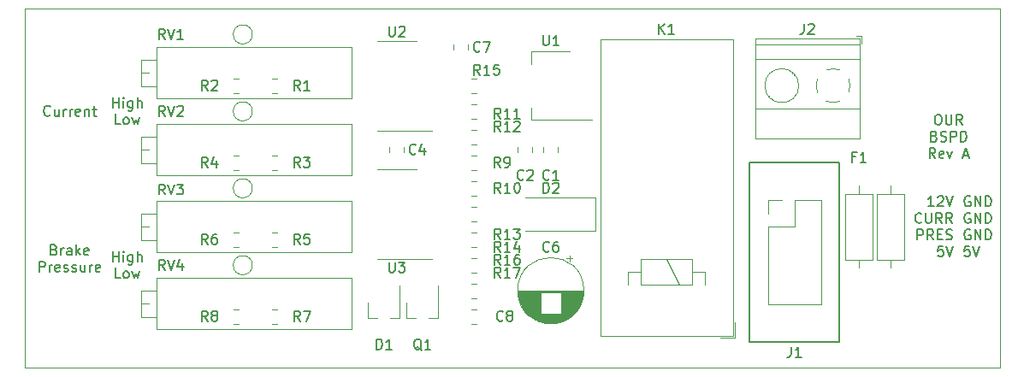
<source format=gbr>
G04 #@! TF.GenerationSoftware,KiCad,Pcbnew,5.1.4*
G04 #@! TF.CreationDate,2019-11-14T20:38:05+00:00*
G04 #@! TF.ProjectId,BSPD,42535044-2e6b-4696-9361-645f70636258,rev?*
G04 #@! TF.SameCoordinates,Original*
G04 #@! TF.FileFunction,Legend,Top*
G04 #@! TF.FilePolarity,Positive*
%FSLAX46Y46*%
G04 Gerber Fmt 4.6, Leading zero omitted, Abs format (unit mm)*
G04 Created by KiCad (PCBNEW 5.1.4) date 2019-11-14 20:38:05*
%MOMM*%
%LPD*%
G04 APERTURE LIST*
%ADD10C,0.150000*%
%ADD11C,0.050000*%
%ADD12C,0.120000*%
%ADD13C,0.100000*%
G04 APERTURE END LIST*
D10*
X66421190Y-87368571D02*
X66564047Y-87416190D01*
X66611666Y-87463809D01*
X66659285Y-87559047D01*
X66659285Y-87701904D01*
X66611666Y-87797142D01*
X66564047Y-87844761D01*
X66468809Y-87892380D01*
X66087857Y-87892380D01*
X66087857Y-86892380D01*
X66421190Y-86892380D01*
X66516428Y-86940000D01*
X66564047Y-86987619D01*
X66611666Y-87082857D01*
X66611666Y-87178095D01*
X66564047Y-87273333D01*
X66516428Y-87320952D01*
X66421190Y-87368571D01*
X66087857Y-87368571D01*
X67087857Y-87892380D02*
X67087857Y-87225714D01*
X67087857Y-87416190D02*
X67135476Y-87320952D01*
X67183095Y-87273333D01*
X67278333Y-87225714D01*
X67373571Y-87225714D01*
X68135476Y-87892380D02*
X68135476Y-87368571D01*
X68087857Y-87273333D01*
X67992619Y-87225714D01*
X67802142Y-87225714D01*
X67706904Y-87273333D01*
X68135476Y-87844761D02*
X68040238Y-87892380D01*
X67802142Y-87892380D01*
X67706904Y-87844761D01*
X67659285Y-87749523D01*
X67659285Y-87654285D01*
X67706904Y-87559047D01*
X67802142Y-87511428D01*
X68040238Y-87511428D01*
X68135476Y-87463809D01*
X68611666Y-87892380D02*
X68611666Y-86892380D01*
X68706904Y-87511428D02*
X68992619Y-87892380D01*
X68992619Y-87225714D02*
X68611666Y-87606666D01*
X69802142Y-87844761D02*
X69706904Y-87892380D01*
X69516428Y-87892380D01*
X69421190Y-87844761D01*
X69373571Y-87749523D01*
X69373571Y-87368571D01*
X69421190Y-87273333D01*
X69516428Y-87225714D01*
X69706904Y-87225714D01*
X69802142Y-87273333D01*
X69849761Y-87368571D01*
X69849761Y-87463809D01*
X69373571Y-87559047D01*
X64945000Y-89542380D02*
X64945000Y-88542380D01*
X65325952Y-88542380D01*
X65421190Y-88590000D01*
X65468809Y-88637619D01*
X65516428Y-88732857D01*
X65516428Y-88875714D01*
X65468809Y-88970952D01*
X65421190Y-89018571D01*
X65325952Y-89066190D01*
X64945000Y-89066190D01*
X65945000Y-89542380D02*
X65945000Y-88875714D01*
X65945000Y-89066190D02*
X65992619Y-88970952D01*
X66040238Y-88923333D01*
X66135476Y-88875714D01*
X66230714Y-88875714D01*
X66945000Y-89494761D02*
X66849761Y-89542380D01*
X66659285Y-89542380D01*
X66564047Y-89494761D01*
X66516428Y-89399523D01*
X66516428Y-89018571D01*
X66564047Y-88923333D01*
X66659285Y-88875714D01*
X66849761Y-88875714D01*
X66945000Y-88923333D01*
X66992619Y-89018571D01*
X66992619Y-89113809D01*
X66516428Y-89209047D01*
X67373571Y-89494761D02*
X67468809Y-89542380D01*
X67659285Y-89542380D01*
X67754523Y-89494761D01*
X67802142Y-89399523D01*
X67802142Y-89351904D01*
X67754523Y-89256666D01*
X67659285Y-89209047D01*
X67516428Y-89209047D01*
X67421190Y-89161428D01*
X67373571Y-89066190D01*
X67373571Y-89018571D01*
X67421190Y-88923333D01*
X67516428Y-88875714D01*
X67659285Y-88875714D01*
X67754523Y-88923333D01*
X68183095Y-89494761D02*
X68278333Y-89542380D01*
X68468809Y-89542380D01*
X68564047Y-89494761D01*
X68611666Y-89399523D01*
X68611666Y-89351904D01*
X68564047Y-89256666D01*
X68468809Y-89209047D01*
X68325952Y-89209047D01*
X68230714Y-89161428D01*
X68183095Y-89066190D01*
X68183095Y-89018571D01*
X68230714Y-88923333D01*
X68325952Y-88875714D01*
X68468809Y-88875714D01*
X68564047Y-88923333D01*
X69468809Y-88875714D02*
X69468809Y-89542380D01*
X69040238Y-88875714D02*
X69040238Y-89399523D01*
X69087857Y-89494761D01*
X69183095Y-89542380D01*
X69325952Y-89542380D01*
X69421190Y-89494761D01*
X69468809Y-89447142D01*
X69945000Y-89542380D02*
X69945000Y-88875714D01*
X69945000Y-89066190D02*
X69992619Y-88970952D01*
X70040238Y-88923333D01*
X70135476Y-88875714D01*
X70230714Y-88875714D01*
X70945000Y-89494761D02*
X70849761Y-89542380D01*
X70659285Y-89542380D01*
X70564047Y-89494761D01*
X70516428Y-89399523D01*
X70516428Y-89018571D01*
X70564047Y-88923333D01*
X70659285Y-88875714D01*
X70849761Y-88875714D01*
X70945000Y-88923333D01*
X70992619Y-89018571D01*
X70992619Y-89113809D01*
X70516428Y-89209047D01*
X72231428Y-88527380D02*
X72231428Y-87527380D01*
X72231428Y-88003571D02*
X72802857Y-88003571D01*
X72802857Y-88527380D02*
X72802857Y-87527380D01*
X73279047Y-88527380D02*
X73279047Y-87860714D01*
X73279047Y-87527380D02*
X73231428Y-87575000D01*
X73279047Y-87622619D01*
X73326666Y-87575000D01*
X73279047Y-87527380D01*
X73279047Y-87622619D01*
X74183809Y-87860714D02*
X74183809Y-88670238D01*
X74136190Y-88765476D01*
X74088571Y-88813095D01*
X73993333Y-88860714D01*
X73850476Y-88860714D01*
X73755238Y-88813095D01*
X74183809Y-88479761D02*
X74088571Y-88527380D01*
X73898095Y-88527380D01*
X73802857Y-88479761D01*
X73755238Y-88432142D01*
X73707619Y-88336904D01*
X73707619Y-88051190D01*
X73755238Y-87955952D01*
X73802857Y-87908333D01*
X73898095Y-87860714D01*
X74088571Y-87860714D01*
X74183809Y-87908333D01*
X74660000Y-88527380D02*
X74660000Y-87527380D01*
X75088571Y-88527380D02*
X75088571Y-88003571D01*
X75040952Y-87908333D01*
X74945714Y-87860714D01*
X74802857Y-87860714D01*
X74707619Y-87908333D01*
X74660000Y-87955952D01*
X72993333Y-90177380D02*
X72517142Y-90177380D01*
X72517142Y-89177380D01*
X73469523Y-90177380D02*
X73374285Y-90129761D01*
X73326666Y-90082142D01*
X73279047Y-89986904D01*
X73279047Y-89701190D01*
X73326666Y-89605952D01*
X73374285Y-89558333D01*
X73469523Y-89510714D01*
X73612380Y-89510714D01*
X73707619Y-89558333D01*
X73755238Y-89605952D01*
X73802857Y-89701190D01*
X73802857Y-89986904D01*
X73755238Y-90082142D01*
X73707619Y-90129761D01*
X73612380Y-90177380D01*
X73469523Y-90177380D01*
X74136190Y-89510714D02*
X74326666Y-90177380D01*
X74517142Y-89701190D01*
X74707619Y-90177380D01*
X74898095Y-89510714D01*
X72231428Y-73287380D02*
X72231428Y-72287380D01*
X72231428Y-72763571D02*
X72802857Y-72763571D01*
X72802857Y-73287380D02*
X72802857Y-72287380D01*
X73279047Y-73287380D02*
X73279047Y-72620714D01*
X73279047Y-72287380D02*
X73231428Y-72335000D01*
X73279047Y-72382619D01*
X73326666Y-72335000D01*
X73279047Y-72287380D01*
X73279047Y-72382619D01*
X74183809Y-72620714D02*
X74183809Y-73430238D01*
X74136190Y-73525476D01*
X74088571Y-73573095D01*
X73993333Y-73620714D01*
X73850476Y-73620714D01*
X73755238Y-73573095D01*
X74183809Y-73239761D02*
X74088571Y-73287380D01*
X73898095Y-73287380D01*
X73802857Y-73239761D01*
X73755238Y-73192142D01*
X73707619Y-73096904D01*
X73707619Y-72811190D01*
X73755238Y-72715952D01*
X73802857Y-72668333D01*
X73898095Y-72620714D01*
X74088571Y-72620714D01*
X74183809Y-72668333D01*
X74660000Y-73287380D02*
X74660000Y-72287380D01*
X75088571Y-73287380D02*
X75088571Y-72763571D01*
X75040952Y-72668333D01*
X74945714Y-72620714D01*
X74802857Y-72620714D01*
X74707619Y-72668333D01*
X74660000Y-72715952D01*
X72993333Y-74937380D02*
X72517142Y-74937380D01*
X72517142Y-73937380D01*
X73469523Y-74937380D02*
X73374285Y-74889761D01*
X73326666Y-74842142D01*
X73279047Y-74746904D01*
X73279047Y-74461190D01*
X73326666Y-74365952D01*
X73374285Y-74318333D01*
X73469523Y-74270714D01*
X73612380Y-74270714D01*
X73707619Y-74318333D01*
X73755238Y-74365952D01*
X73802857Y-74461190D01*
X73802857Y-74746904D01*
X73755238Y-74842142D01*
X73707619Y-74889761D01*
X73612380Y-74937380D01*
X73469523Y-74937380D01*
X74136190Y-74270714D02*
X74326666Y-74937380D01*
X74517142Y-74461190D01*
X74707619Y-74937380D01*
X74898095Y-74270714D01*
X66016428Y-74017142D02*
X65968809Y-74064761D01*
X65825952Y-74112380D01*
X65730714Y-74112380D01*
X65587857Y-74064761D01*
X65492619Y-73969523D01*
X65445000Y-73874285D01*
X65397380Y-73683809D01*
X65397380Y-73540952D01*
X65445000Y-73350476D01*
X65492619Y-73255238D01*
X65587857Y-73160000D01*
X65730714Y-73112380D01*
X65825952Y-73112380D01*
X65968809Y-73160000D01*
X66016428Y-73207619D01*
X66873571Y-73445714D02*
X66873571Y-74112380D01*
X66445000Y-73445714D02*
X66445000Y-73969523D01*
X66492619Y-74064761D01*
X66587857Y-74112380D01*
X66730714Y-74112380D01*
X66825952Y-74064761D01*
X66873571Y-74017142D01*
X67349761Y-74112380D02*
X67349761Y-73445714D01*
X67349761Y-73636190D02*
X67397380Y-73540952D01*
X67445000Y-73493333D01*
X67540238Y-73445714D01*
X67635476Y-73445714D01*
X67968809Y-74112380D02*
X67968809Y-73445714D01*
X67968809Y-73636190D02*
X68016428Y-73540952D01*
X68064047Y-73493333D01*
X68159285Y-73445714D01*
X68254523Y-73445714D01*
X68968809Y-74064761D02*
X68873571Y-74112380D01*
X68683095Y-74112380D01*
X68587857Y-74064761D01*
X68540238Y-73969523D01*
X68540238Y-73588571D01*
X68587857Y-73493333D01*
X68683095Y-73445714D01*
X68873571Y-73445714D01*
X68968809Y-73493333D01*
X69016428Y-73588571D01*
X69016428Y-73683809D01*
X68540238Y-73779047D01*
X69445000Y-73445714D02*
X69445000Y-74112380D01*
X69445000Y-73540952D02*
X69492619Y-73493333D01*
X69587857Y-73445714D01*
X69730714Y-73445714D01*
X69825952Y-73493333D01*
X69873571Y-73588571D01*
X69873571Y-74112380D01*
X70206904Y-73445714D02*
X70587857Y-73445714D01*
X70349761Y-73112380D02*
X70349761Y-73969523D01*
X70397380Y-74064761D01*
X70492619Y-74112380D01*
X70587857Y-74112380D01*
X157069404Y-82115000D02*
X156974166Y-82067380D01*
X156831309Y-82067380D01*
X156688452Y-82115000D01*
X156593214Y-82210238D01*
X156545595Y-82305476D01*
X156497976Y-82495952D01*
X156497976Y-82638809D01*
X156545595Y-82829285D01*
X156593214Y-82924523D01*
X156688452Y-83019761D01*
X156831309Y-83067380D01*
X156926547Y-83067380D01*
X157069404Y-83019761D01*
X157117023Y-82972142D01*
X157117023Y-82638809D01*
X156926547Y-82638809D01*
X157545595Y-83067380D02*
X157545595Y-82067380D01*
X158117023Y-83067380D01*
X158117023Y-82067380D01*
X158593214Y-83067380D02*
X158593214Y-82067380D01*
X158831309Y-82067380D01*
X158974166Y-82115000D01*
X159069404Y-82210238D01*
X159117023Y-82305476D01*
X159164642Y-82495952D01*
X159164642Y-82638809D01*
X159117023Y-82829285D01*
X159069404Y-82924523D01*
X158974166Y-83019761D01*
X158831309Y-83067380D01*
X158593214Y-83067380D01*
X157069404Y-83765000D02*
X156974166Y-83717380D01*
X156831309Y-83717380D01*
X156688452Y-83765000D01*
X156593214Y-83860238D01*
X156545595Y-83955476D01*
X156497976Y-84145952D01*
X156497976Y-84288809D01*
X156545595Y-84479285D01*
X156593214Y-84574523D01*
X156688452Y-84669761D01*
X156831309Y-84717380D01*
X156926547Y-84717380D01*
X157069404Y-84669761D01*
X157117023Y-84622142D01*
X157117023Y-84288809D01*
X156926547Y-84288809D01*
X157545595Y-84717380D02*
X157545595Y-83717380D01*
X158117023Y-84717380D01*
X158117023Y-83717380D01*
X158593214Y-84717380D02*
X158593214Y-83717380D01*
X158831309Y-83717380D01*
X158974166Y-83765000D01*
X159069404Y-83860238D01*
X159117023Y-83955476D01*
X159164642Y-84145952D01*
X159164642Y-84288809D01*
X159117023Y-84479285D01*
X159069404Y-84574523D01*
X158974166Y-84669761D01*
X158831309Y-84717380D01*
X158593214Y-84717380D01*
X157069404Y-85415000D02*
X156974166Y-85367380D01*
X156831309Y-85367380D01*
X156688452Y-85415000D01*
X156593214Y-85510238D01*
X156545595Y-85605476D01*
X156497976Y-85795952D01*
X156497976Y-85938809D01*
X156545595Y-86129285D01*
X156593214Y-86224523D01*
X156688452Y-86319761D01*
X156831309Y-86367380D01*
X156926547Y-86367380D01*
X157069404Y-86319761D01*
X157117023Y-86272142D01*
X157117023Y-85938809D01*
X156926547Y-85938809D01*
X157545595Y-86367380D02*
X157545595Y-85367380D01*
X158117023Y-86367380D01*
X158117023Y-85367380D01*
X158593214Y-86367380D02*
X158593214Y-85367380D01*
X158831309Y-85367380D01*
X158974166Y-85415000D01*
X159069404Y-85510238D01*
X159117023Y-85605476D01*
X159164642Y-85795952D01*
X159164642Y-85938809D01*
X159117023Y-86129285D01*
X159069404Y-86224523D01*
X158974166Y-86319761D01*
X158831309Y-86367380D01*
X158593214Y-86367380D01*
X157021785Y-87017380D02*
X156545595Y-87017380D01*
X156497976Y-87493571D01*
X156545595Y-87445952D01*
X156640833Y-87398333D01*
X156878928Y-87398333D01*
X156974166Y-87445952D01*
X157021785Y-87493571D01*
X157069404Y-87588809D01*
X157069404Y-87826904D01*
X157021785Y-87922142D01*
X156974166Y-87969761D01*
X156878928Y-88017380D01*
X156640833Y-88017380D01*
X156545595Y-87969761D01*
X156497976Y-87922142D01*
X157355119Y-87017380D02*
X157688452Y-88017380D01*
X158021785Y-87017380D01*
X153477500Y-83067380D02*
X152906071Y-83067380D01*
X153191785Y-83067380D02*
X153191785Y-82067380D01*
X153096547Y-82210238D01*
X153001309Y-82305476D01*
X152906071Y-82353095D01*
X153858452Y-82162619D02*
X153906071Y-82115000D01*
X154001309Y-82067380D01*
X154239404Y-82067380D01*
X154334642Y-82115000D01*
X154382261Y-82162619D01*
X154429880Y-82257857D01*
X154429880Y-82353095D01*
X154382261Y-82495952D01*
X153810833Y-83067380D01*
X154429880Y-83067380D01*
X154715595Y-82067380D02*
X155048928Y-83067380D01*
X155382261Y-82067380D01*
X152239404Y-84622142D02*
X152191785Y-84669761D01*
X152048928Y-84717380D01*
X151953690Y-84717380D01*
X151810833Y-84669761D01*
X151715595Y-84574523D01*
X151667976Y-84479285D01*
X151620357Y-84288809D01*
X151620357Y-84145952D01*
X151667976Y-83955476D01*
X151715595Y-83860238D01*
X151810833Y-83765000D01*
X151953690Y-83717380D01*
X152048928Y-83717380D01*
X152191785Y-83765000D01*
X152239404Y-83812619D01*
X152667976Y-83717380D02*
X152667976Y-84526904D01*
X152715595Y-84622142D01*
X152763214Y-84669761D01*
X152858452Y-84717380D01*
X153048928Y-84717380D01*
X153144166Y-84669761D01*
X153191785Y-84622142D01*
X153239404Y-84526904D01*
X153239404Y-83717380D01*
X154287023Y-84717380D02*
X153953690Y-84241190D01*
X153715595Y-84717380D02*
X153715595Y-83717380D01*
X154096547Y-83717380D01*
X154191785Y-83765000D01*
X154239404Y-83812619D01*
X154287023Y-83907857D01*
X154287023Y-84050714D01*
X154239404Y-84145952D01*
X154191785Y-84193571D01*
X154096547Y-84241190D01*
X153715595Y-84241190D01*
X155287023Y-84717380D02*
X154953690Y-84241190D01*
X154715595Y-84717380D02*
X154715595Y-83717380D01*
X155096547Y-83717380D01*
X155191785Y-83765000D01*
X155239404Y-83812619D01*
X155287023Y-83907857D01*
X155287023Y-84050714D01*
X155239404Y-84145952D01*
X155191785Y-84193571D01*
X155096547Y-84241190D01*
X154715595Y-84241190D01*
X151858452Y-86367380D02*
X151858452Y-85367380D01*
X152239404Y-85367380D01*
X152334642Y-85415000D01*
X152382261Y-85462619D01*
X152429880Y-85557857D01*
X152429880Y-85700714D01*
X152382261Y-85795952D01*
X152334642Y-85843571D01*
X152239404Y-85891190D01*
X151858452Y-85891190D01*
X153429880Y-86367380D02*
X153096547Y-85891190D01*
X152858452Y-86367380D02*
X152858452Y-85367380D01*
X153239404Y-85367380D01*
X153334642Y-85415000D01*
X153382261Y-85462619D01*
X153429880Y-85557857D01*
X153429880Y-85700714D01*
X153382261Y-85795952D01*
X153334642Y-85843571D01*
X153239404Y-85891190D01*
X152858452Y-85891190D01*
X153858452Y-85843571D02*
X154191785Y-85843571D01*
X154334642Y-86367380D02*
X153858452Y-86367380D01*
X153858452Y-85367380D01*
X154334642Y-85367380D01*
X154715595Y-86319761D02*
X154858452Y-86367380D01*
X155096547Y-86367380D01*
X155191785Y-86319761D01*
X155239404Y-86272142D01*
X155287023Y-86176904D01*
X155287023Y-86081666D01*
X155239404Y-85986428D01*
X155191785Y-85938809D01*
X155096547Y-85891190D01*
X154906071Y-85843571D01*
X154810833Y-85795952D01*
X154763214Y-85748333D01*
X154715595Y-85653095D01*
X154715595Y-85557857D01*
X154763214Y-85462619D01*
X154810833Y-85415000D01*
X154906071Y-85367380D01*
X155144166Y-85367380D01*
X155287023Y-85415000D01*
X154382261Y-87017380D02*
X153906071Y-87017380D01*
X153858452Y-87493571D01*
X153906071Y-87445952D01*
X154001309Y-87398333D01*
X154239404Y-87398333D01*
X154334642Y-87445952D01*
X154382261Y-87493571D01*
X154429880Y-87588809D01*
X154429880Y-87826904D01*
X154382261Y-87922142D01*
X154334642Y-87969761D01*
X154239404Y-88017380D01*
X154001309Y-88017380D01*
X153906071Y-87969761D01*
X153858452Y-87922142D01*
X154715595Y-87017380D02*
X155048928Y-88017380D01*
X155382261Y-87017380D01*
X153820952Y-74002380D02*
X154011428Y-74002380D01*
X154106666Y-74050000D01*
X154201904Y-74145238D01*
X154249523Y-74335714D01*
X154249523Y-74669047D01*
X154201904Y-74859523D01*
X154106666Y-74954761D01*
X154011428Y-75002380D01*
X153820952Y-75002380D01*
X153725714Y-74954761D01*
X153630476Y-74859523D01*
X153582857Y-74669047D01*
X153582857Y-74335714D01*
X153630476Y-74145238D01*
X153725714Y-74050000D01*
X153820952Y-74002380D01*
X154678095Y-74002380D02*
X154678095Y-74811904D01*
X154725714Y-74907142D01*
X154773333Y-74954761D01*
X154868571Y-75002380D01*
X155059047Y-75002380D01*
X155154285Y-74954761D01*
X155201904Y-74907142D01*
X155249523Y-74811904D01*
X155249523Y-74002380D01*
X156297142Y-75002380D02*
X155963809Y-74526190D01*
X155725714Y-75002380D02*
X155725714Y-74002380D01*
X156106666Y-74002380D01*
X156201904Y-74050000D01*
X156249523Y-74097619D01*
X156297142Y-74192857D01*
X156297142Y-74335714D01*
X156249523Y-74430952D01*
X156201904Y-74478571D01*
X156106666Y-74526190D01*
X155725714Y-74526190D01*
X153535238Y-76128571D02*
X153678095Y-76176190D01*
X153725714Y-76223809D01*
X153773333Y-76319047D01*
X153773333Y-76461904D01*
X153725714Y-76557142D01*
X153678095Y-76604761D01*
X153582857Y-76652380D01*
X153201904Y-76652380D01*
X153201904Y-75652380D01*
X153535238Y-75652380D01*
X153630476Y-75700000D01*
X153678095Y-75747619D01*
X153725714Y-75842857D01*
X153725714Y-75938095D01*
X153678095Y-76033333D01*
X153630476Y-76080952D01*
X153535238Y-76128571D01*
X153201904Y-76128571D01*
X154154285Y-76604761D02*
X154297142Y-76652380D01*
X154535238Y-76652380D01*
X154630476Y-76604761D01*
X154678095Y-76557142D01*
X154725714Y-76461904D01*
X154725714Y-76366666D01*
X154678095Y-76271428D01*
X154630476Y-76223809D01*
X154535238Y-76176190D01*
X154344761Y-76128571D01*
X154249523Y-76080952D01*
X154201904Y-76033333D01*
X154154285Y-75938095D01*
X154154285Y-75842857D01*
X154201904Y-75747619D01*
X154249523Y-75700000D01*
X154344761Y-75652380D01*
X154582857Y-75652380D01*
X154725714Y-75700000D01*
X155154285Y-76652380D02*
X155154285Y-75652380D01*
X155535238Y-75652380D01*
X155630476Y-75700000D01*
X155678095Y-75747619D01*
X155725714Y-75842857D01*
X155725714Y-75985714D01*
X155678095Y-76080952D01*
X155630476Y-76128571D01*
X155535238Y-76176190D01*
X155154285Y-76176190D01*
X156154285Y-76652380D02*
X156154285Y-75652380D01*
X156392380Y-75652380D01*
X156535238Y-75700000D01*
X156630476Y-75795238D01*
X156678095Y-75890476D01*
X156725714Y-76080952D01*
X156725714Y-76223809D01*
X156678095Y-76414285D01*
X156630476Y-76509523D01*
X156535238Y-76604761D01*
X156392380Y-76652380D01*
X156154285Y-76652380D01*
X153630476Y-78302380D02*
X153297142Y-77826190D01*
X153059047Y-78302380D02*
X153059047Y-77302380D01*
X153440000Y-77302380D01*
X153535238Y-77350000D01*
X153582857Y-77397619D01*
X153630476Y-77492857D01*
X153630476Y-77635714D01*
X153582857Y-77730952D01*
X153535238Y-77778571D01*
X153440000Y-77826190D01*
X153059047Y-77826190D01*
X154440000Y-78254761D02*
X154344761Y-78302380D01*
X154154285Y-78302380D01*
X154059047Y-78254761D01*
X154011428Y-78159523D01*
X154011428Y-77778571D01*
X154059047Y-77683333D01*
X154154285Y-77635714D01*
X154344761Y-77635714D01*
X154440000Y-77683333D01*
X154487619Y-77778571D01*
X154487619Y-77873809D01*
X154011428Y-77969047D01*
X154820952Y-77635714D02*
X155059047Y-78302380D01*
X155297142Y-77635714D01*
X156392380Y-78016666D02*
X156868571Y-78016666D01*
X156297142Y-78302380D02*
X156630476Y-77302380D01*
X156963809Y-78302380D01*
D11*
X63500000Y-63500000D02*
X160020000Y-63500000D01*
X63500000Y-99060000D02*
X63500000Y-63500000D01*
X160020000Y-99060000D02*
X63500000Y-99060000D01*
X160020000Y-99060000D02*
X160020000Y-63500000D01*
D12*
X101290000Y-94105000D02*
X102220000Y-94105000D01*
X104450000Y-94105000D02*
X103520000Y-94105000D01*
X104450000Y-94105000D02*
X104450000Y-90945000D01*
X101290000Y-94105000D02*
X101290000Y-92645000D01*
X100330000Y-79385000D02*
X98380000Y-79385000D01*
X100330000Y-79385000D02*
X102280000Y-79385000D01*
X100330000Y-88255000D02*
X98380000Y-88255000D01*
X100330000Y-88255000D02*
X103780000Y-88255000D01*
X149225000Y-89130000D02*
X149225000Y-88360000D01*
X149225000Y-81050000D02*
X149225000Y-81820000D01*
X150595000Y-88360000D02*
X150595000Y-81820000D01*
X147855000Y-88360000D02*
X150595000Y-88360000D01*
X147855000Y-81820000D02*
X147855000Y-88360000D01*
X150595000Y-81820000D02*
X147855000Y-81820000D01*
X86040000Y-88900000D02*
G75*
G03X86040000Y-88900000I-950000J0D01*
G01*
X86040000Y-81280000D02*
G75*
G03X86040000Y-81280000I-950000J0D01*
G01*
X86040000Y-73660000D02*
G75*
G03X86040000Y-73660000I-950000J0D01*
G01*
X86040000Y-66040000D02*
G75*
G03X86040000Y-66040000I-950000J0D01*
G01*
X137100000Y-92770000D02*
X142300000Y-92770000D01*
X137100000Y-85090000D02*
X137100000Y-92770000D01*
X142300000Y-82490000D02*
X142300000Y-92770000D01*
X137100000Y-85090000D02*
X139700000Y-85090000D01*
X139700000Y-85090000D02*
X139700000Y-82490000D01*
X139700000Y-82490000D02*
X142300000Y-82490000D01*
X137100000Y-83820000D02*
X137100000Y-82490000D01*
X137100000Y-82490000D02*
X138430000Y-82490000D01*
D10*
X135255000Y-78740000D02*
X135255000Y-96520000D01*
X144145000Y-78740000D02*
X144145000Y-96520000D01*
X135255000Y-78740000D02*
X144145000Y-78740000D01*
X135255000Y-96520000D02*
X144145000Y-96520000D01*
D12*
X100330000Y-66685000D02*
X98380000Y-66685000D01*
X100330000Y-66685000D02*
X102280000Y-66685000D01*
X100330000Y-75555000D02*
X98380000Y-75555000D01*
X100330000Y-75555000D02*
X103780000Y-75555000D01*
X97480000Y-94105000D02*
X98410000Y-94105000D01*
X100640000Y-94105000D02*
X99710000Y-94105000D01*
X100640000Y-94105000D02*
X100640000Y-90945000D01*
X97480000Y-94105000D02*
X97480000Y-92645000D01*
X119970000Y-85470000D02*
X119970000Y-82170000D01*
X119970000Y-82170000D02*
X113070000Y-82170000D01*
X119970000Y-85470000D02*
X113070000Y-85470000D01*
X113660000Y-67710000D02*
X113660000Y-68970000D01*
X113660000Y-74530000D02*
X113660000Y-73270000D01*
X117420000Y-67710000D02*
X113660000Y-67710000D01*
X119670000Y-74530000D02*
X113660000Y-74530000D01*
X76590000Y-90190000D02*
X95830000Y-90190000D01*
X76590000Y-95230000D02*
X95830000Y-95230000D01*
X76590000Y-90190000D02*
X76590000Y-95230000D01*
X95830000Y-90190000D02*
X95830000Y-95230000D01*
X75070000Y-91410000D02*
X76589000Y-91410000D01*
X75070000Y-94010000D02*
X76589000Y-94010000D01*
X75070000Y-91410000D02*
X75070000Y-94010000D01*
X76589000Y-91410000D02*
X76589000Y-94010000D01*
X75070000Y-92710000D02*
X75829000Y-92710000D01*
X76590000Y-82570000D02*
X95830000Y-82570000D01*
X76590000Y-87610000D02*
X95830000Y-87610000D01*
X76590000Y-82570000D02*
X76590000Y-87610000D01*
X95830000Y-82570000D02*
X95830000Y-87610000D01*
X75070000Y-83790000D02*
X76589000Y-83790000D01*
X75070000Y-86390000D02*
X76589000Y-86390000D01*
X75070000Y-83790000D02*
X75070000Y-86390000D01*
X76589000Y-83790000D02*
X76589000Y-86390000D01*
X75070000Y-85090000D02*
X75829000Y-85090000D01*
X76590000Y-74950000D02*
X95830000Y-74950000D01*
X76590000Y-79990000D02*
X95830000Y-79990000D01*
X76590000Y-74950000D02*
X76590000Y-79990000D01*
X95830000Y-74950000D02*
X95830000Y-79990000D01*
X75070000Y-76170000D02*
X76589000Y-76170000D01*
X75070000Y-78770000D02*
X76589000Y-78770000D01*
X75070000Y-76170000D02*
X75070000Y-78770000D01*
X76589000Y-76170000D02*
X76589000Y-78770000D01*
X75070000Y-77470000D02*
X75829000Y-77470000D01*
X76590000Y-67330000D02*
X95830000Y-67330000D01*
X76590000Y-72370000D02*
X95830000Y-72370000D01*
X76590000Y-67330000D02*
X76590000Y-72370000D01*
X95830000Y-67330000D02*
X95830000Y-72370000D01*
X75070000Y-68550000D02*
X76589000Y-68550000D01*
X75070000Y-71150000D02*
X76589000Y-71150000D01*
X75070000Y-68550000D02*
X75070000Y-71150000D01*
X76589000Y-68550000D02*
X76589000Y-71150000D01*
X75070000Y-69850000D02*
X75829000Y-69850000D01*
X108211252Y-92150000D02*
X107688748Y-92150000D01*
X108211252Y-90730000D02*
X107688748Y-90730000D01*
X108211252Y-89610000D02*
X107688748Y-89610000D01*
X108211252Y-88190000D02*
X107688748Y-88190000D01*
X108211252Y-71830000D02*
X107688748Y-71830000D01*
X108211252Y-70410000D02*
X107688748Y-70410000D01*
X108211252Y-87070000D02*
X107688748Y-87070000D01*
X108211252Y-85650000D02*
X107688748Y-85650000D01*
X108211252Y-83110000D02*
X107688748Y-83110000D01*
X108211252Y-84530000D02*
X107688748Y-84530000D01*
X108211252Y-76910000D02*
X107688748Y-76910000D01*
X108211252Y-75490000D02*
X107688748Y-75490000D01*
X108211252Y-74370000D02*
X107688748Y-74370000D01*
X108211252Y-72950000D02*
X107688748Y-72950000D01*
X107688748Y-80570000D02*
X108211252Y-80570000D01*
X107688748Y-81990000D02*
X108211252Y-81990000D01*
X108211252Y-79450000D02*
X107688748Y-79450000D01*
X108211252Y-78030000D02*
X107688748Y-78030000D01*
X84716252Y-94690000D02*
X84193748Y-94690000D01*
X84716252Y-93270000D02*
X84193748Y-93270000D01*
X88526252Y-94690000D02*
X88003748Y-94690000D01*
X88526252Y-93270000D02*
X88003748Y-93270000D01*
X84716252Y-87070000D02*
X84193748Y-87070000D01*
X84716252Y-85650000D02*
X84193748Y-85650000D01*
X88526252Y-87070000D02*
X88003748Y-87070000D01*
X88526252Y-85650000D02*
X88003748Y-85650000D01*
X84716252Y-79450000D02*
X84193748Y-79450000D01*
X84716252Y-78030000D02*
X84193748Y-78030000D01*
X88526252Y-79450000D02*
X88003748Y-79450000D01*
X88526252Y-78030000D02*
X88003748Y-78030000D01*
X84716252Y-70410000D02*
X84193748Y-70410000D01*
X84716252Y-71830000D02*
X84193748Y-71830000D01*
X88526252Y-70410000D02*
X88003748Y-70410000D01*
X88526252Y-71830000D02*
X88003748Y-71830000D01*
X133810000Y-96095000D02*
X133810000Y-94595000D01*
X132310000Y-96095000D02*
X133810000Y-96095000D01*
X124460000Y-89535000D02*
X123190000Y-89535000D01*
X123190000Y-89535000D02*
X123190000Y-90805000D01*
X130810000Y-90805000D02*
X130810000Y-89535000D01*
X130810000Y-89535000D02*
X129540000Y-89535000D01*
X129540000Y-89535000D02*
X129540000Y-88265000D01*
X129540000Y-88265000D02*
X124460000Y-88265000D01*
X124460000Y-88265000D02*
X124460000Y-90805000D01*
X124460000Y-90805000D02*
X129540000Y-90805000D01*
X129540000Y-90805000D02*
X129540000Y-89535000D01*
X120510000Y-95895000D02*
X133610000Y-95895000D01*
X120510000Y-66495000D02*
X120510000Y-95895000D01*
X133610000Y-66495000D02*
X120510000Y-66495000D01*
X133610000Y-95895000D02*
X133610000Y-66495000D01*
D13*
X128270000Y-90805000D02*
X127000000Y-88265000D01*
D12*
X142826682Y-69585244D02*
G75*
G02X143510000Y-69440000I683318J-1534756D01*
G01*
X141974574Y-71803042D02*
G75*
G02X141975000Y-70436000I1535426J683042D01*
G01*
X144193042Y-72655426D02*
G75*
G02X142826000Y-72655000I-683042J1535426D01*
G01*
X145045426Y-70436958D02*
G75*
G02X145045000Y-71804000I-1535426J-683042D01*
G01*
X143481195Y-69439747D02*
G75*
G02X144194000Y-69585000I28805J-1680253D01*
G01*
X140110000Y-71120000D02*
G75*
G03X140110000Y-71120000I-1680000J0D01*
G01*
X146110000Y-67020000D02*
X135830000Y-67020000D01*
X146110000Y-68520000D02*
X135830000Y-68520000D01*
X146110000Y-73421000D02*
X135830000Y-73421000D01*
X146110000Y-76381000D02*
X135830000Y-76381000D01*
X146110000Y-66460000D02*
X135830000Y-66460000D01*
X146110000Y-76381000D02*
X146110000Y-66460000D01*
X135830000Y-76381000D02*
X135830000Y-66460000D01*
X137155000Y-72189000D02*
X137202000Y-72143000D01*
X139464000Y-69881000D02*
X139499000Y-69846000D01*
X137360000Y-72395000D02*
X137395000Y-72359000D01*
X139657000Y-70097000D02*
X139704000Y-70051000D01*
X146350000Y-66960000D02*
X146350000Y-66220000D01*
X146350000Y-66220000D02*
X145850000Y-66220000D01*
X147420000Y-81820000D02*
X144680000Y-81820000D01*
X144680000Y-81820000D02*
X144680000Y-88360000D01*
X144680000Y-88360000D02*
X147420000Y-88360000D01*
X147420000Y-88360000D02*
X147420000Y-81820000D01*
X146050000Y-81050000D02*
X146050000Y-81820000D01*
X146050000Y-89130000D02*
X146050000Y-88360000D01*
X107688748Y-93270000D02*
X108211252Y-93270000D01*
X107688748Y-94690000D02*
X108211252Y-94690000D01*
X105970000Y-67571252D02*
X105970000Y-67048748D01*
X107390000Y-67571252D02*
X107390000Y-67048748D01*
X118840000Y-91420000D02*
G75*
G03X118840000Y-91420000I-3270000J0D01*
G01*
X118800000Y-91420000D02*
X112340000Y-91420000D01*
X118800000Y-91460000D02*
X112340000Y-91460000D01*
X118800000Y-91500000D02*
X112340000Y-91500000D01*
X118798000Y-91540000D02*
X112342000Y-91540000D01*
X118797000Y-91580000D02*
X112343000Y-91580000D01*
X118794000Y-91620000D02*
X112346000Y-91620000D01*
X118792000Y-91660000D02*
X116610000Y-91660000D01*
X114530000Y-91660000D02*
X112348000Y-91660000D01*
X118788000Y-91700000D02*
X116610000Y-91700000D01*
X114530000Y-91700000D02*
X112352000Y-91700000D01*
X118785000Y-91740000D02*
X116610000Y-91740000D01*
X114530000Y-91740000D02*
X112355000Y-91740000D01*
X118781000Y-91780000D02*
X116610000Y-91780000D01*
X114530000Y-91780000D02*
X112359000Y-91780000D01*
X118776000Y-91820000D02*
X116610000Y-91820000D01*
X114530000Y-91820000D02*
X112364000Y-91820000D01*
X118771000Y-91860000D02*
X116610000Y-91860000D01*
X114530000Y-91860000D02*
X112369000Y-91860000D01*
X118765000Y-91900000D02*
X116610000Y-91900000D01*
X114530000Y-91900000D02*
X112375000Y-91900000D01*
X118759000Y-91940000D02*
X116610000Y-91940000D01*
X114530000Y-91940000D02*
X112381000Y-91940000D01*
X118752000Y-91980000D02*
X116610000Y-91980000D01*
X114530000Y-91980000D02*
X112388000Y-91980000D01*
X118745000Y-92020000D02*
X116610000Y-92020000D01*
X114530000Y-92020000D02*
X112395000Y-92020000D01*
X118737000Y-92060000D02*
X116610000Y-92060000D01*
X114530000Y-92060000D02*
X112403000Y-92060000D01*
X118729000Y-92100000D02*
X116610000Y-92100000D01*
X114530000Y-92100000D02*
X112411000Y-92100000D01*
X118720000Y-92141000D02*
X116610000Y-92141000D01*
X114530000Y-92141000D02*
X112420000Y-92141000D01*
X118711000Y-92181000D02*
X116610000Y-92181000D01*
X114530000Y-92181000D02*
X112429000Y-92181000D01*
X118701000Y-92221000D02*
X116610000Y-92221000D01*
X114530000Y-92221000D02*
X112439000Y-92221000D01*
X118691000Y-92261000D02*
X116610000Y-92261000D01*
X114530000Y-92261000D02*
X112449000Y-92261000D01*
X118680000Y-92301000D02*
X116610000Y-92301000D01*
X114530000Y-92301000D02*
X112460000Y-92301000D01*
X118668000Y-92341000D02*
X116610000Y-92341000D01*
X114530000Y-92341000D02*
X112472000Y-92341000D01*
X118656000Y-92381000D02*
X116610000Y-92381000D01*
X114530000Y-92381000D02*
X112484000Y-92381000D01*
X118644000Y-92421000D02*
X116610000Y-92421000D01*
X114530000Y-92421000D02*
X112496000Y-92421000D01*
X118631000Y-92461000D02*
X116610000Y-92461000D01*
X114530000Y-92461000D02*
X112509000Y-92461000D01*
X118617000Y-92501000D02*
X116610000Y-92501000D01*
X114530000Y-92501000D02*
X112523000Y-92501000D01*
X118603000Y-92541000D02*
X116610000Y-92541000D01*
X114530000Y-92541000D02*
X112537000Y-92541000D01*
X118588000Y-92581000D02*
X116610000Y-92581000D01*
X114530000Y-92581000D02*
X112552000Y-92581000D01*
X118572000Y-92621000D02*
X116610000Y-92621000D01*
X114530000Y-92621000D02*
X112568000Y-92621000D01*
X118556000Y-92661000D02*
X116610000Y-92661000D01*
X114530000Y-92661000D02*
X112584000Y-92661000D01*
X118540000Y-92701000D02*
X116610000Y-92701000D01*
X114530000Y-92701000D02*
X112600000Y-92701000D01*
X118522000Y-92741000D02*
X116610000Y-92741000D01*
X114530000Y-92741000D02*
X112618000Y-92741000D01*
X118504000Y-92781000D02*
X116610000Y-92781000D01*
X114530000Y-92781000D02*
X112636000Y-92781000D01*
X118486000Y-92821000D02*
X116610000Y-92821000D01*
X114530000Y-92821000D02*
X112654000Y-92821000D01*
X118466000Y-92861000D02*
X116610000Y-92861000D01*
X114530000Y-92861000D02*
X112674000Y-92861000D01*
X118446000Y-92901000D02*
X116610000Y-92901000D01*
X114530000Y-92901000D02*
X112694000Y-92901000D01*
X118426000Y-92941000D02*
X116610000Y-92941000D01*
X114530000Y-92941000D02*
X112714000Y-92941000D01*
X118404000Y-92981000D02*
X116610000Y-92981000D01*
X114530000Y-92981000D02*
X112736000Y-92981000D01*
X118382000Y-93021000D02*
X116610000Y-93021000D01*
X114530000Y-93021000D02*
X112758000Y-93021000D01*
X118360000Y-93061000D02*
X116610000Y-93061000D01*
X114530000Y-93061000D02*
X112780000Y-93061000D01*
X118336000Y-93101000D02*
X116610000Y-93101000D01*
X114530000Y-93101000D02*
X112804000Y-93101000D01*
X118312000Y-93141000D02*
X116610000Y-93141000D01*
X114530000Y-93141000D02*
X112828000Y-93141000D01*
X118286000Y-93181000D02*
X116610000Y-93181000D01*
X114530000Y-93181000D02*
X112854000Y-93181000D01*
X118260000Y-93221000D02*
X116610000Y-93221000D01*
X114530000Y-93221000D02*
X112880000Y-93221000D01*
X118234000Y-93261000D02*
X116610000Y-93261000D01*
X114530000Y-93261000D02*
X112906000Y-93261000D01*
X118206000Y-93301000D02*
X116610000Y-93301000D01*
X114530000Y-93301000D02*
X112934000Y-93301000D01*
X118177000Y-93341000D02*
X116610000Y-93341000D01*
X114530000Y-93341000D02*
X112963000Y-93341000D01*
X118148000Y-93381000D02*
X116610000Y-93381000D01*
X114530000Y-93381000D02*
X112992000Y-93381000D01*
X118118000Y-93421000D02*
X116610000Y-93421000D01*
X114530000Y-93421000D02*
X113022000Y-93421000D01*
X118086000Y-93461000D02*
X116610000Y-93461000D01*
X114530000Y-93461000D02*
X113054000Y-93461000D01*
X118054000Y-93501000D02*
X116610000Y-93501000D01*
X114530000Y-93501000D02*
X113086000Y-93501000D01*
X118020000Y-93541000D02*
X116610000Y-93541000D01*
X114530000Y-93541000D02*
X113120000Y-93541000D01*
X117986000Y-93581000D02*
X116610000Y-93581000D01*
X114530000Y-93581000D02*
X113154000Y-93581000D01*
X117950000Y-93621000D02*
X116610000Y-93621000D01*
X114530000Y-93621000D02*
X113190000Y-93621000D01*
X117913000Y-93661000D02*
X116610000Y-93661000D01*
X114530000Y-93661000D02*
X113227000Y-93661000D01*
X117875000Y-93701000D02*
X116610000Y-93701000D01*
X114530000Y-93701000D02*
X113265000Y-93701000D01*
X117835000Y-93741000D02*
X113305000Y-93741000D01*
X117794000Y-93781000D02*
X113346000Y-93781000D01*
X117752000Y-93821000D02*
X113388000Y-93821000D01*
X117707000Y-93861000D02*
X113433000Y-93861000D01*
X117662000Y-93901000D02*
X113478000Y-93901000D01*
X117614000Y-93941000D02*
X113526000Y-93941000D01*
X117565000Y-93981000D02*
X113575000Y-93981000D01*
X117514000Y-94021000D02*
X113626000Y-94021000D01*
X117460000Y-94061000D02*
X113680000Y-94061000D01*
X117404000Y-94101000D02*
X113736000Y-94101000D01*
X117346000Y-94141000D02*
X113794000Y-94141000D01*
X117284000Y-94181000D02*
X113856000Y-94181000D01*
X117220000Y-94221000D02*
X113920000Y-94221000D01*
X117151000Y-94261000D02*
X113989000Y-94261000D01*
X117079000Y-94301000D02*
X114061000Y-94301000D01*
X117002000Y-94341000D02*
X114138000Y-94341000D01*
X116920000Y-94381000D02*
X114220000Y-94381000D01*
X116832000Y-94421000D02*
X114308000Y-94421000D01*
X116735000Y-94461000D02*
X114405000Y-94461000D01*
X116629000Y-94501000D02*
X114511000Y-94501000D01*
X116510000Y-94541000D02*
X114630000Y-94541000D01*
X116372000Y-94581000D02*
X114768000Y-94581000D01*
X116203000Y-94621000D02*
X114937000Y-94621000D01*
X115972000Y-94661000D02*
X115168000Y-94661000D01*
X117409000Y-87919759D02*
X117409000Y-88549759D01*
X117724000Y-88234759D02*
X117094000Y-88234759D01*
X101040000Y-77208748D02*
X101040000Y-77731252D01*
X99620000Y-77208748D02*
X99620000Y-77731252D01*
X113740000Y-77208748D02*
X113740000Y-77731252D01*
X112320000Y-77208748D02*
X112320000Y-77731252D01*
X116280000Y-77208748D02*
X116280000Y-77731252D01*
X114860000Y-77208748D02*
X114860000Y-77731252D01*
D10*
X102774761Y-97321619D02*
X102679523Y-97274000D01*
X102584285Y-97178761D01*
X102441428Y-97035904D01*
X102346190Y-96988285D01*
X102250952Y-96988285D01*
X102298571Y-97226380D02*
X102203333Y-97178761D01*
X102108095Y-97083523D01*
X102060476Y-96893047D01*
X102060476Y-96559714D01*
X102108095Y-96369238D01*
X102203333Y-96274000D01*
X102298571Y-96226380D01*
X102489047Y-96226380D01*
X102584285Y-96274000D01*
X102679523Y-96369238D01*
X102727142Y-96559714D01*
X102727142Y-96893047D01*
X102679523Y-97083523D01*
X102584285Y-97178761D01*
X102489047Y-97226380D01*
X102298571Y-97226380D01*
X103679523Y-97226380D02*
X103108095Y-97226380D01*
X103393809Y-97226380D02*
X103393809Y-96226380D01*
X103298571Y-96369238D01*
X103203333Y-96464476D01*
X103108095Y-96512095D01*
X99568095Y-88606380D02*
X99568095Y-89415904D01*
X99615714Y-89511142D01*
X99663333Y-89558761D01*
X99758571Y-89606380D01*
X99949047Y-89606380D01*
X100044285Y-89558761D01*
X100091904Y-89511142D01*
X100139523Y-89415904D01*
X100139523Y-88606380D01*
X100520476Y-88606380D02*
X101139523Y-88606380D01*
X100806190Y-88987333D01*
X100949047Y-88987333D01*
X101044285Y-89034952D01*
X101091904Y-89082571D01*
X101139523Y-89177809D01*
X101139523Y-89415904D01*
X101091904Y-89511142D01*
X101044285Y-89558761D01*
X100949047Y-89606380D01*
X100663333Y-89606380D01*
X100568095Y-89558761D01*
X100520476Y-89511142D01*
X139366666Y-96988380D02*
X139366666Y-97702666D01*
X139319047Y-97845523D01*
X139223809Y-97940761D01*
X139080952Y-97988380D01*
X138985714Y-97988380D01*
X140366666Y-97988380D02*
X139795238Y-97988380D01*
X140080952Y-97988380D02*
X140080952Y-96988380D01*
X139985714Y-97131238D01*
X139890476Y-97226476D01*
X139795238Y-97274095D01*
X99568095Y-65238380D02*
X99568095Y-66047904D01*
X99615714Y-66143142D01*
X99663333Y-66190761D01*
X99758571Y-66238380D01*
X99949047Y-66238380D01*
X100044285Y-66190761D01*
X100091904Y-66143142D01*
X100139523Y-66047904D01*
X100139523Y-65238380D01*
X100568095Y-65333619D02*
X100615714Y-65286000D01*
X100710952Y-65238380D01*
X100949047Y-65238380D01*
X101044285Y-65286000D01*
X101091904Y-65333619D01*
X101139523Y-65428857D01*
X101139523Y-65524095D01*
X101091904Y-65666952D01*
X100520476Y-66238380D01*
X101139523Y-66238380D01*
X98321904Y-97226380D02*
X98321904Y-96226380D01*
X98560000Y-96226380D01*
X98702857Y-96274000D01*
X98798095Y-96369238D01*
X98845714Y-96464476D01*
X98893333Y-96654952D01*
X98893333Y-96797809D01*
X98845714Y-96988285D01*
X98798095Y-97083523D01*
X98702857Y-97178761D01*
X98560000Y-97226380D01*
X98321904Y-97226380D01*
X99845714Y-97226380D02*
X99274285Y-97226380D01*
X99560000Y-97226380D02*
X99560000Y-96226380D01*
X99464761Y-96369238D01*
X99369523Y-96464476D01*
X99274285Y-96512095D01*
X114831904Y-81732380D02*
X114831904Y-80732380D01*
X115070000Y-80732380D01*
X115212857Y-80780000D01*
X115308095Y-80875238D01*
X115355714Y-80970476D01*
X115403333Y-81160952D01*
X115403333Y-81303809D01*
X115355714Y-81494285D01*
X115308095Y-81589523D01*
X115212857Y-81684761D01*
X115070000Y-81732380D01*
X114831904Y-81732380D01*
X115784285Y-80827619D02*
X115831904Y-80780000D01*
X115927142Y-80732380D01*
X116165238Y-80732380D01*
X116260476Y-80780000D01*
X116308095Y-80827619D01*
X116355714Y-80922857D01*
X116355714Y-81018095D01*
X116308095Y-81160952D01*
X115736666Y-81732380D01*
X116355714Y-81732380D01*
X114808095Y-66127380D02*
X114808095Y-66936904D01*
X114855714Y-67032142D01*
X114903333Y-67079761D01*
X114998571Y-67127380D01*
X115189047Y-67127380D01*
X115284285Y-67079761D01*
X115331904Y-67032142D01*
X115379523Y-66936904D01*
X115379523Y-66127380D01*
X116379523Y-67127380D02*
X115808095Y-67127380D01*
X116093809Y-67127380D02*
X116093809Y-66127380D01*
X115998571Y-66270238D01*
X115903333Y-66365476D01*
X115808095Y-66413095D01*
X77382761Y-89352380D02*
X77049428Y-88876190D01*
X76811333Y-89352380D02*
X76811333Y-88352380D01*
X77192285Y-88352380D01*
X77287523Y-88400000D01*
X77335142Y-88447619D01*
X77382761Y-88542857D01*
X77382761Y-88685714D01*
X77335142Y-88780952D01*
X77287523Y-88828571D01*
X77192285Y-88876190D01*
X76811333Y-88876190D01*
X77668476Y-88352380D02*
X78001809Y-89352380D01*
X78335142Y-88352380D01*
X79097047Y-88685714D02*
X79097047Y-89352380D01*
X78858952Y-88304761D02*
X78620857Y-89019047D01*
X79239904Y-89019047D01*
X77382761Y-81892380D02*
X77049428Y-81416190D01*
X76811333Y-81892380D02*
X76811333Y-80892380D01*
X77192285Y-80892380D01*
X77287523Y-80940000D01*
X77335142Y-80987619D01*
X77382761Y-81082857D01*
X77382761Y-81225714D01*
X77335142Y-81320952D01*
X77287523Y-81368571D01*
X77192285Y-81416190D01*
X76811333Y-81416190D01*
X77668476Y-80892380D02*
X78001809Y-81892380D01*
X78335142Y-80892380D01*
X78573238Y-80892380D02*
X79192285Y-80892380D01*
X78858952Y-81273333D01*
X79001809Y-81273333D01*
X79097047Y-81320952D01*
X79144666Y-81368571D01*
X79192285Y-81463809D01*
X79192285Y-81701904D01*
X79144666Y-81797142D01*
X79097047Y-81844761D01*
X79001809Y-81892380D01*
X78716095Y-81892380D01*
X78620857Y-81844761D01*
X78573238Y-81797142D01*
X77382761Y-74112380D02*
X77049428Y-73636190D01*
X76811333Y-74112380D02*
X76811333Y-73112380D01*
X77192285Y-73112380D01*
X77287523Y-73160000D01*
X77335142Y-73207619D01*
X77382761Y-73302857D01*
X77382761Y-73445714D01*
X77335142Y-73540952D01*
X77287523Y-73588571D01*
X77192285Y-73636190D01*
X76811333Y-73636190D01*
X77668476Y-73112380D02*
X78001809Y-74112380D01*
X78335142Y-73112380D01*
X78620857Y-73207619D02*
X78668476Y-73160000D01*
X78763714Y-73112380D01*
X79001809Y-73112380D01*
X79097047Y-73160000D01*
X79144666Y-73207619D01*
X79192285Y-73302857D01*
X79192285Y-73398095D01*
X79144666Y-73540952D01*
X78573238Y-74112380D01*
X79192285Y-74112380D01*
X77382761Y-66492380D02*
X77049428Y-66016190D01*
X76811333Y-66492380D02*
X76811333Y-65492380D01*
X77192285Y-65492380D01*
X77287523Y-65540000D01*
X77335142Y-65587619D01*
X77382761Y-65682857D01*
X77382761Y-65825714D01*
X77335142Y-65920952D01*
X77287523Y-65968571D01*
X77192285Y-66016190D01*
X76811333Y-66016190D01*
X77668476Y-65492380D02*
X78001809Y-66492380D01*
X78335142Y-65492380D01*
X79192285Y-66492380D02*
X78620857Y-66492380D01*
X78906571Y-66492380D02*
X78906571Y-65492380D01*
X78811333Y-65635238D01*
X78716095Y-65730476D01*
X78620857Y-65778095D01*
X110609142Y-90114380D02*
X110275809Y-89638190D01*
X110037714Y-90114380D02*
X110037714Y-89114380D01*
X110418666Y-89114380D01*
X110513904Y-89162000D01*
X110561523Y-89209619D01*
X110609142Y-89304857D01*
X110609142Y-89447714D01*
X110561523Y-89542952D01*
X110513904Y-89590571D01*
X110418666Y-89638190D01*
X110037714Y-89638190D01*
X111561523Y-90114380D02*
X110990095Y-90114380D01*
X111275809Y-90114380D02*
X111275809Y-89114380D01*
X111180571Y-89257238D01*
X111085333Y-89352476D01*
X110990095Y-89400095D01*
X111894857Y-89114380D02*
X112561523Y-89114380D01*
X112132952Y-90114380D01*
X110609142Y-88844380D02*
X110275809Y-88368190D01*
X110037714Y-88844380D02*
X110037714Y-87844380D01*
X110418666Y-87844380D01*
X110513904Y-87892000D01*
X110561523Y-87939619D01*
X110609142Y-88034857D01*
X110609142Y-88177714D01*
X110561523Y-88272952D01*
X110513904Y-88320571D01*
X110418666Y-88368190D01*
X110037714Y-88368190D01*
X111561523Y-88844380D02*
X110990095Y-88844380D01*
X111275809Y-88844380D02*
X111275809Y-87844380D01*
X111180571Y-87987238D01*
X111085333Y-88082476D01*
X110990095Y-88130095D01*
X112418666Y-87844380D02*
X112228190Y-87844380D01*
X112132952Y-87892000D01*
X112085333Y-87939619D01*
X111990095Y-88082476D01*
X111942476Y-88272952D01*
X111942476Y-88653904D01*
X111990095Y-88749142D01*
X112037714Y-88796761D01*
X112132952Y-88844380D01*
X112323428Y-88844380D01*
X112418666Y-88796761D01*
X112466285Y-88749142D01*
X112513904Y-88653904D01*
X112513904Y-88415809D01*
X112466285Y-88320571D01*
X112418666Y-88272952D01*
X112323428Y-88225333D01*
X112132952Y-88225333D01*
X112037714Y-88272952D01*
X111990095Y-88320571D01*
X111942476Y-88415809D01*
X108577142Y-70048380D02*
X108243809Y-69572190D01*
X108005714Y-70048380D02*
X108005714Y-69048380D01*
X108386666Y-69048380D01*
X108481904Y-69096000D01*
X108529523Y-69143619D01*
X108577142Y-69238857D01*
X108577142Y-69381714D01*
X108529523Y-69476952D01*
X108481904Y-69524571D01*
X108386666Y-69572190D01*
X108005714Y-69572190D01*
X109529523Y-70048380D02*
X108958095Y-70048380D01*
X109243809Y-70048380D02*
X109243809Y-69048380D01*
X109148571Y-69191238D01*
X109053333Y-69286476D01*
X108958095Y-69334095D01*
X110434285Y-69048380D02*
X109958095Y-69048380D01*
X109910476Y-69524571D01*
X109958095Y-69476952D01*
X110053333Y-69429333D01*
X110291428Y-69429333D01*
X110386666Y-69476952D01*
X110434285Y-69524571D01*
X110481904Y-69619809D01*
X110481904Y-69857904D01*
X110434285Y-69953142D01*
X110386666Y-70000761D01*
X110291428Y-70048380D01*
X110053333Y-70048380D01*
X109958095Y-70000761D01*
X109910476Y-69953142D01*
X110609142Y-87574380D02*
X110275809Y-87098190D01*
X110037714Y-87574380D02*
X110037714Y-86574380D01*
X110418666Y-86574380D01*
X110513904Y-86622000D01*
X110561523Y-86669619D01*
X110609142Y-86764857D01*
X110609142Y-86907714D01*
X110561523Y-87002952D01*
X110513904Y-87050571D01*
X110418666Y-87098190D01*
X110037714Y-87098190D01*
X111561523Y-87574380D02*
X110990095Y-87574380D01*
X111275809Y-87574380D02*
X111275809Y-86574380D01*
X111180571Y-86717238D01*
X111085333Y-86812476D01*
X110990095Y-86860095D01*
X112418666Y-86907714D02*
X112418666Y-87574380D01*
X112180571Y-86526761D02*
X111942476Y-87241047D01*
X112561523Y-87241047D01*
X110609142Y-86304380D02*
X110275809Y-85828190D01*
X110037714Y-86304380D02*
X110037714Y-85304380D01*
X110418666Y-85304380D01*
X110513904Y-85352000D01*
X110561523Y-85399619D01*
X110609142Y-85494857D01*
X110609142Y-85637714D01*
X110561523Y-85732952D01*
X110513904Y-85780571D01*
X110418666Y-85828190D01*
X110037714Y-85828190D01*
X111561523Y-86304380D02*
X110990095Y-86304380D01*
X111275809Y-86304380D02*
X111275809Y-85304380D01*
X111180571Y-85447238D01*
X111085333Y-85542476D01*
X110990095Y-85590095D01*
X111894857Y-85304380D02*
X112513904Y-85304380D01*
X112180571Y-85685333D01*
X112323428Y-85685333D01*
X112418666Y-85732952D01*
X112466285Y-85780571D01*
X112513904Y-85875809D01*
X112513904Y-86113904D01*
X112466285Y-86209142D01*
X112418666Y-86256761D01*
X112323428Y-86304380D01*
X112037714Y-86304380D01*
X111942476Y-86256761D01*
X111894857Y-86209142D01*
X110609142Y-75636380D02*
X110275809Y-75160190D01*
X110037714Y-75636380D02*
X110037714Y-74636380D01*
X110418666Y-74636380D01*
X110513904Y-74684000D01*
X110561523Y-74731619D01*
X110609142Y-74826857D01*
X110609142Y-74969714D01*
X110561523Y-75064952D01*
X110513904Y-75112571D01*
X110418666Y-75160190D01*
X110037714Y-75160190D01*
X111561523Y-75636380D02*
X110990095Y-75636380D01*
X111275809Y-75636380D02*
X111275809Y-74636380D01*
X111180571Y-74779238D01*
X111085333Y-74874476D01*
X110990095Y-74922095D01*
X111942476Y-74731619D02*
X111990095Y-74684000D01*
X112085333Y-74636380D01*
X112323428Y-74636380D01*
X112418666Y-74684000D01*
X112466285Y-74731619D01*
X112513904Y-74826857D01*
X112513904Y-74922095D01*
X112466285Y-75064952D01*
X111894857Y-75636380D01*
X112513904Y-75636380D01*
X110609142Y-74366380D02*
X110275809Y-73890190D01*
X110037714Y-74366380D02*
X110037714Y-73366380D01*
X110418666Y-73366380D01*
X110513904Y-73414000D01*
X110561523Y-73461619D01*
X110609142Y-73556857D01*
X110609142Y-73699714D01*
X110561523Y-73794952D01*
X110513904Y-73842571D01*
X110418666Y-73890190D01*
X110037714Y-73890190D01*
X111561523Y-74366380D02*
X110990095Y-74366380D01*
X111275809Y-74366380D02*
X111275809Y-73366380D01*
X111180571Y-73509238D01*
X111085333Y-73604476D01*
X110990095Y-73652095D01*
X112513904Y-74366380D02*
X111942476Y-74366380D01*
X112228190Y-74366380D02*
X112228190Y-73366380D01*
X112132952Y-73509238D01*
X112037714Y-73604476D01*
X111942476Y-73652095D01*
X110609142Y-81732380D02*
X110275809Y-81256190D01*
X110037714Y-81732380D02*
X110037714Y-80732380D01*
X110418666Y-80732380D01*
X110513904Y-80780000D01*
X110561523Y-80827619D01*
X110609142Y-80922857D01*
X110609142Y-81065714D01*
X110561523Y-81160952D01*
X110513904Y-81208571D01*
X110418666Y-81256190D01*
X110037714Y-81256190D01*
X111561523Y-81732380D02*
X110990095Y-81732380D01*
X111275809Y-81732380D02*
X111275809Y-80732380D01*
X111180571Y-80875238D01*
X111085333Y-80970476D01*
X110990095Y-81018095D01*
X112180571Y-80732380D02*
X112275809Y-80732380D01*
X112371047Y-80780000D01*
X112418666Y-80827619D01*
X112466285Y-80922857D01*
X112513904Y-81113333D01*
X112513904Y-81351428D01*
X112466285Y-81541904D01*
X112418666Y-81637142D01*
X112371047Y-81684761D01*
X112275809Y-81732380D01*
X112180571Y-81732380D01*
X112085333Y-81684761D01*
X112037714Y-81637142D01*
X111990095Y-81541904D01*
X111942476Y-81351428D01*
X111942476Y-81113333D01*
X111990095Y-80922857D01*
X112037714Y-80827619D01*
X112085333Y-80780000D01*
X112180571Y-80732380D01*
X110577333Y-79192380D02*
X110244000Y-78716190D01*
X110005904Y-79192380D02*
X110005904Y-78192380D01*
X110386857Y-78192380D01*
X110482095Y-78240000D01*
X110529714Y-78287619D01*
X110577333Y-78382857D01*
X110577333Y-78525714D01*
X110529714Y-78620952D01*
X110482095Y-78668571D01*
X110386857Y-78716190D01*
X110005904Y-78716190D01*
X111053523Y-79192380D02*
X111244000Y-79192380D01*
X111339238Y-79144761D01*
X111386857Y-79097142D01*
X111482095Y-78954285D01*
X111529714Y-78763809D01*
X111529714Y-78382857D01*
X111482095Y-78287619D01*
X111434476Y-78240000D01*
X111339238Y-78192380D01*
X111148761Y-78192380D01*
X111053523Y-78240000D01*
X111005904Y-78287619D01*
X110958285Y-78382857D01*
X110958285Y-78620952D01*
X111005904Y-78716190D01*
X111053523Y-78763809D01*
X111148761Y-78811428D01*
X111339238Y-78811428D01*
X111434476Y-78763809D01*
X111482095Y-78716190D01*
X111529714Y-78620952D01*
X81621333Y-94432380D02*
X81288000Y-93956190D01*
X81049904Y-94432380D02*
X81049904Y-93432380D01*
X81430857Y-93432380D01*
X81526095Y-93480000D01*
X81573714Y-93527619D01*
X81621333Y-93622857D01*
X81621333Y-93765714D01*
X81573714Y-93860952D01*
X81526095Y-93908571D01*
X81430857Y-93956190D01*
X81049904Y-93956190D01*
X82192761Y-93860952D02*
X82097523Y-93813333D01*
X82049904Y-93765714D01*
X82002285Y-93670476D01*
X82002285Y-93622857D01*
X82049904Y-93527619D01*
X82097523Y-93480000D01*
X82192761Y-93432380D01*
X82383238Y-93432380D01*
X82478476Y-93480000D01*
X82526095Y-93527619D01*
X82573714Y-93622857D01*
X82573714Y-93670476D01*
X82526095Y-93765714D01*
X82478476Y-93813333D01*
X82383238Y-93860952D01*
X82192761Y-93860952D01*
X82097523Y-93908571D01*
X82049904Y-93956190D01*
X82002285Y-94051428D01*
X82002285Y-94241904D01*
X82049904Y-94337142D01*
X82097523Y-94384761D01*
X82192761Y-94432380D01*
X82383238Y-94432380D01*
X82478476Y-94384761D01*
X82526095Y-94337142D01*
X82573714Y-94241904D01*
X82573714Y-94051428D01*
X82526095Y-93956190D01*
X82478476Y-93908571D01*
X82383238Y-93860952D01*
X90765333Y-94432380D02*
X90432000Y-93956190D01*
X90193904Y-94432380D02*
X90193904Y-93432380D01*
X90574857Y-93432380D01*
X90670095Y-93480000D01*
X90717714Y-93527619D01*
X90765333Y-93622857D01*
X90765333Y-93765714D01*
X90717714Y-93860952D01*
X90670095Y-93908571D01*
X90574857Y-93956190D01*
X90193904Y-93956190D01*
X91098666Y-93432380D02*
X91765333Y-93432380D01*
X91336761Y-94432380D01*
X81621333Y-86812380D02*
X81288000Y-86336190D01*
X81049904Y-86812380D02*
X81049904Y-85812380D01*
X81430857Y-85812380D01*
X81526095Y-85860000D01*
X81573714Y-85907619D01*
X81621333Y-86002857D01*
X81621333Y-86145714D01*
X81573714Y-86240952D01*
X81526095Y-86288571D01*
X81430857Y-86336190D01*
X81049904Y-86336190D01*
X82478476Y-85812380D02*
X82288000Y-85812380D01*
X82192761Y-85860000D01*
X82145142Y-85907619D01*
X82049904Y-86050476D01*
X82002285Y-86240952D01*
X82002285Y-86621904D01*
X82049904Y-86717142D01*
X82097523Y-86764761D01*
X82192761Y-86812380D01*
X82383238Y-86812380D01*
X82478476Y-86764761D01*
X82526095Y-86717142D01*
X82573714Y-86621904D01*
X82573714Y-86383809D01*
X82526095Y-86288571D01*
X82478476Y-86240952D01*
X82383238Y-86193333D01*
X82192761Y-86193333D01*
X82097523Y-86240952D01*
X82049904Y-86288571D01*
X82002285Y-86383809D01*
X90765333Y-86812380D02*
X90432000Y-86336190D01*
X90193904Y-86812380D02*
X90193904Y-85812380D01*
X90574857Y-85812380D01*
X90670095Y-85860000D01*
X90717714Y-85907619D01*
X90765333Y-86002857D01*
X90765333Y-86145714D01*
X90717714Y-86240952D01*
X90670095Y-86288571D01*
X90574857Y-86336190D01*
X90193904Y-86336190D01*
X91670095Y-85812380D02*
X91193904Y-85812380D01*
X91146285Y-86288571D01*
X91193904Y-86240952D01*
X91289142Y-86193333D01*
X91527238Y-86193333D01*
X91622476Y-86240952D01*
X91670095Y-86288571D01*
X91717714Y-86383809D01*
X91717714Y-86621904D01*
X91670095Y-86717142D01*
X91622476Y-86764761D01*
X91527238Y-86812380D01*
X91289142Y-86812380D01*
X91193904Y-86764761D01*
X91146285Y-86717142D01*
X81621333Y-79192380D02*
X81288000Y-78716190D01*
X81049904Y-79192380D02*
X81049904Y-78192380D01*
X81430857Y-78192380D01*
X81526095Y-78240000D01*
X81573714Y-78287619D01*
X81621333Y-78382857D01*
X81621333Y-78525714D01*
X81573714Y-78620952D01*
X81526095Y-78668571D01*
X81430857Y-78716190D01*
X81049904Y-78716190D01*
X82478476Y-78525714D02*
X82478476Y-79192380D01*
X82240380Y-78144761D02*
X82002285Y-78859047D01*
X82621333Y-78859047D01*
X90765333Y-79192380D02*
X90432000Y-78716190D01*
X90193904Y-79192380D02*
X90193904Y-78192380D01*
X90574857Y-78192380D01*
X90670095Y-78240000D01*
X90717714Y-78287619D01*
X90765333Y-78382857D01*
X90765333Y-78525714D01*
X90717714Y-78620952D01*
X90670095Y-78668571D01*
X90574857Y-78716190D01*
X90193904Y-78716190D01*
X91098666Y-78192380D02*
X91717714Y-78192380D01*
X91384380Y-78573333D01*
X91527238Y-78573333D01*
X91622476Y-78620952D01*
X91670095Y-78668571D01*
X91717714Y-78763809D01*
X91717714Y-79001904D01*
X91670095Y-79097142D01*
X91622476Y-79144761D01*
X91527238Y-79192380D01*
X91241523Y-79192380D01*
X91146285Y-79144761D01*
X91098666Y-79097142D01*
X81621333Y-71572380D02*
X81288000Y-71096190D01*
X81049904Y-71572380D02*
X81049904Y-70572380D01*
X81430857Y-70572380D01*
X81526095Y-70620000D01*
X81573714Y-70667619D01*
X81621333Y-70762857D01*
X81621333Y-70905714D01*
X81573714Y-71000952D01*
X81526095Y-71048571D01*
X81430857Y-71096190D01*
X81049904Y-71096190D01*
X82002285Y-70667619D02*
X82049904Y-70620000D01*
X82145142Y-70572380D01*
X82383238Y-70572380D01*
X82478476Y-70620000D01*
X82526095Y-70667619D01*
X82573714Y-70762857D01*
X82573714Y-70858095D01*
X82526095Y-71000952D01*
X81954666Y-71572380D01*
X82573714Y-71572380D01*
X90765333Y-71572380D02*
X90432000Y-71096190D01*
X90193904Y-71572380D02*
X90193904Y-70572380D01*
X90574857Y-70572380D01*
X90670095Y-70620000D01*
X90717714Y-70667619D01*
X90765333Y-70762857D01*
X90765333Y-70905714D01*
X90717714Y-71000952D01*
X90670095Y-71048571D01*
X90574857Y-71096190D01*
X90193904Y-71096190D01*
X91717714Y-71572380D02*
X91146285Y-71572380D01*
X91432000Y-71572380D02*
X91432000Y-70572380D01*
X91336761Y-70715238D01*
X91241523Y-70810476D01*
X91146285Y-70858095D01*
X126261904Y-65984380D02*
X126261904Y-64984380D01*
X126833333Y-65984380D02*
X126404761Y-65412952D01*
X126833333Y-64984380D02*
X126261904Y-65555809D01*
X127785714Y-65984380D02*
X127214285Y-65984380D01*
X127500000Y-65984380D02*
X127500000Y-64984380D01*
X127404761Y-65127238D01*
X127309523Y-65222476D01*
X127214285Y-65270095D01*
X140636666Y-64984380D02*
X140636666Y-65698666D01*
X140589047Y-65841523D01*
X140493809Y-65936761D01*
X140350952Y-65984380D01*
X140255714Y-65984380D01*
X141065238Y-65079619D02*
X141112857Y-65032000D01*
X141208095Y-64984380D01*
X141446190Y-64984380D01*
X141541428Y-65032000D01*
X141589047Y-65079619D01*
X141636666Y-65174857D01*
X141636666Y-65270095D01*
X141589047Y-65412952D01*
X141017619Y-65984380D01*
X141636666Y-65984380D01*
X145716666Y-78160571D02*
X145383333Y-78160571D01*
X145383333Y-78684380D02*
X145383333Y-77684380D01*
X145859523Y-77684380D01*
X146764285Y-78684380D02*
X146192857Y-78684380D01*
X146478571Y-78684380D02*
X146478571Y-77684380D01*
X146383333Y-77827238D01*
X146288095Y-77922476D01*
X146192857Y-77970095D01*
X110831333Y-94337142D02*
X110783714Y-94384761D01*
X110640857Y-94432380D01*
X110545619Y-94432380D01*
X110402761Y-94384761D01*
X110307523Y-94289523D01*
X110259904Y-94194285D01*
X110212285Y-94003809D01*
X110212285Y-93860952D01*
X110259904Y-93670476D01*
X110307523Y-93575238D01*
X110402761Y-93480000D01*
X110545619Y-93432380D01*
X110640857Y-93432380D01*
X110783714Y-93480000D01*
X110831333Y-93527619D01*
X111402761Y-93860952D02*
X111307523Y-93813333D01*
X111259904Y-93765714D01*
X111212285Y-93670476D01*
X111212285Y-93622857D01*
X111259904Y-93527619D01*
X111307523Y-93480000D01*
X111402761Y-93432380D01*
X111593238Y-93432380D01*
X111688476Y-93480000D01*
X111736095Y-93527619D01*
X111783714Y-93622857D01*
X111783714Y-93670476D01*
X111736095Y-93765714D01*
X111688476Y-93813333D01*
X111593238Y-93860952D01*
X111402761Y-93860952D01*
X111307523Y-93908571D01*
X111259904Y-93956190D01*
X111212285Y-94051428D01*
X111212285Y-94241904D01*
X111259904Y-94337142D01*
X111307523Y-94384761D01*
X111402761Y-94432380D01*
X111593238Y-94432380D01*
X111688476Y-94384761D01*
X111736095Y-94337142D01*
X111783714Y-94241904D01*
X111783714Y-94051428D01*
X111736095Y-93956190D01*
X111688476Y-93908571D01*
X111593238Y-93860952D01*
X108545333Y-67667142D02*
X108497714Y-67714761D01*
X108354857Y-67762380D01*
X108259619Y-67762380D01*
X108116761Y-67714761D01*
X108021523Y-67619523D01*
X107973904Y-67524285D01*
X107926285Y-67333809D01*
X107926285Y-67190952D01*
X107973904Y-67000476D01*
X108021523Y-66905238D01*
X108116761Y-66810000D01*
X108259619Y-66762380D01*
X108354857Y-66762380D01*
X108497714Y-66810000D01*
X108545333Y-66857619D01*
X108878666Y-66762380D02*
X109545333Y-66762380D01*
X109116761Y-67762380D01*
X115403333Y-87479142D02*
X115355714Y-87526761D01*
X115212857Y-87574380D01*
X115117619Y-87574380D01*
X114974761Y-87526761D01*
X114879523Y-87431523D01*
X114831904Y-87336285D01*
X114784285Y-87145809D01*
X114784285Y-87002952D01*
X114831904Y-86812476D01*
X114879523Y-86717238D01*
X114974761Y-86622000D01*
X115117619Y-86574380D01*
X115212857Y-86574380D01*
X115355714Y-86622000D01*
X115403333Y-86669619D01*
X116260476Y-86574380D02*
X116070000Y-86574380D01*
X115974761Y-86622000D01*
X115927142Y-86669619D01*
X115831904Y-86812476D01*
X115784285Y-87002952D01*
X115784285Y-87383904D01*
X115831904Y-87479142D01*
X115879523Y-87526761D01*
X115974761Y-87574380D01*
X116165238Y-87574380D01*
X116260476Y-87526761D01*
X116308095Y-87479142D01*
X116355714Y-87383904D01*
X116355714Y-87145809D01*
X116308095Y-87050571D01*
X116260476Y-87002952D01*
X116165238Y-86955333D01*
X115974761Y-86955333D01*
X115879523Y-87002952D01*
X115831904Y-87050571D01*
X115784285Y-87145809D01*
X102195333Y-77827142D02*
X102147714Y-77874761D01*
X102004857Y-77922380D01*
X101909619Y-77922380D01*
X101766761Y-77874761D01*
X101671523Y-77779523D01*
X101623904Y-77684285D01*
X101576285Y-77493809D01*
X101576285Y-77350952D01*
X101623904Y-77160476D01*
X101671523Y-77065238D01*
X101766761Y-76970000D01*
X101909619Y-76922380D01*
X102004857Y-76922380D01*
X102147714Y-76970000D01*
X102195333Y-77017619D01*
X103052476Y-77255714D02*
X103052476Y-77922380D01*
X102814380Y-76874761D02*
X102576285Y-77589047D01*
X103195333Y-77589047D01*
X112863333Y-80367142D02*
X112815714Y-80414761D01*
X112672857Y-80462380D01*
X112577619Y-80462380D01*
X112434761Y-80414761D01*
X112339523Y-80319523D01*
X112291904Y-80224285D01*
X112244285Y-80033809D01*
X112244285Y-79890952D01*
X112291904Y-79700476D01*
X112339523Y-79605238D01*
X112434761Y-79510000D01*
X112577619Y-79462380D01*
X112672857Y-79462380D01*
X112815714Y-79510000D01*
X112863333Y-79557619D01*
X113244285Y-79557619D02*
X113291904Y-79510000D01*
X113387142Y-79462380D01*
X113625238Y-79462380D01*
X113720476Y-79510000D01*
X113768095Y-79557619D01*
X113815714Y-79652857D01*
X113815714Y-79748095D01*
X113768095Y-79890952D01*
X113196666Y-80462380D01*
X113815714Y-80462380D01*
X115403333Y-80367142D02*
X115355714Y-80414761D01*
X115212857Y-80462380D01*
X115117619Y-80462380D01*
X114974761Y-80414761D01*
X114879523Y-80319523D01*
X114831904Y-80224285D01*
X114784285Y-80033809D01*
X114784285Y-79890952D01*
X114831904Y-79700476D01*
X114879523Y-79605238D01*
X114974761Y-79510000D01*
X115117619Y-79462380D01*
X115212857Y-79462380D01*
X115355714Y-79510000D01*
X115403333Y-79557619D01*
X116355714Y-80462380D02*
X115784285Y-80462380D01*
X116070000Y-80462380D02*
X116070000Y-79462380D01*
X115974761Y-79605238D01*
X115879523Y-79700476D01*
X115784285Y-79748095D01*
M02*

</source>
